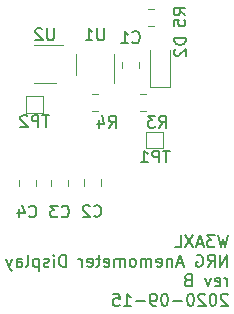
<source format=gbr>
%TF.GenerationSoftware,KiCad,Pcbnew,(5.1.9)-1*%
%TF.CreationDate,2021-02-07T19:09:25-06:00*%
%TF.ProjectId,nrg-control-box,6e72672d-636f-46e7-9472-6f6c2d626f78,B*%
%TF.SameCoordinates,Original*%
%TF.FileFunction,Legend,Bot*%
%TF.FilePolarity,Positive*%
%FSLAX46Y46*%
G04 Gerber Fmt 4.6, Leading zero omitted, Abs format (unit mm)*
G04 Created by KiCad (PCBNEW (5.1.9)-1) date 2021-02-07 19:09:25*
%MOMM*%
%LPD*%
G01*
G04 APERTURE LIST*
%ADD10C,0.150000*%
%ADD11C,0.120000*%
G04 APERTURE END LIST*
D10*
X157009642Y-112477380D02*
X156771547Y-113477380D01*
X156581071Y-112763095D01*
X156390595Y-113477380D01*
X156152500Y-112477380D01*
X155866785Y-112477380D02*
X155247738Y-112477380D01*
X155581071Y-112858333D01*
X155438214Y-112858333D01*
X155342976Y-112905952D01*
X155295357Y-112953571D01*
X155247738Y-113048809D01*
X155247738Y-113286904D01*
X155295357Y-113382142D01*
X155342976Y-113429761D01*
X155438214Y-113477380D01*
X155723928Y-113477380D01*
X155819166Y-113429761D01*
X155866785Y-113382142D01*
X154866785Y-113191666D02*
X154390595Y-113191666D01*
X154962023Y-113477380D02*
X154628690Y-112477380D01*
X154295357Y-113477380D01*
X154057261Y-112477380D02*
X153390595Y-113477380D01*
X153390595Y-112477380D02*
X154057261Y-113477380D01*
X152533452Y-113477380D02*
X153009642Y-113477380D01*
X153009642Y-112477380D01*
X156914404Y-115127380D02*
X156914404Y-114127380D01*
X156342976Y-115127380D01*
X156342976Y-114127380D01*
X155295357Y-115127380D02*
X155628690Y-114651190D01*
X155866785Y-115127380D02*
X155866785Y-114127380D01*
X155485833Y-114127380D01*
X155390595Y-114175000D01*
X155342976Y-114222619D01*
X155295357Y-114317857D01*
X155295357Y-114460714D01*
X155342976Y-114555952D01*
X155390595Y-114603571D01*
X155485833Y-114651190D01*
X155866785Y-114651190D01*
X154342976Y-114175000D02*
X154438214Y-114127380D01*
X154581071Y-114127380D01*
X154723928Y-114175000D01*
X154819166Y-114270238D01*
X154866785Y-114365476D01*
X154914404Y-114555952D01*
X154914404Y-114698809D01*
X154866785Y-114889285D01*
X154819166Y-114984523D01*
X154723928Y-115079761D01*
X154581071Y-115127380D01*
X154485833Y-115127380D01*
X154342976Y-115079761D01*
X154295357Y-115032142D01*
X154295357Y-114698809D01*
X154485833Y-114698809D01*
X153152500Y-114841666D02*
X152676309Y-114841666D01*
X153247738Y-115127380D02*
X152914404Y-114127380D01*
X152581071Y-115127380D01*
X152247738Y-114460714D02*
X152247738Y-115127380D01*
X152247738Y-114555952D02*
X152200119Y-114508333D01*
X152104880Y-114460714D01*
X151962023Y-114460714D01*
X151866785Y-114508333D01*
X151819166Y-114603571D01*
X151819166Y-115127380D01*
X150962023Y-115079761D02*
X151057261Y-115127380D01*
X151247738Y-115127380D01*
X151342976Y-115079761D01*
X151390595Y-114984523D01*
X151390595Y-114603571D01*
X151342976Y-114508333D01*
X151247738Y-114460714D01*
X151057261Y-114460714D01*
X150962023Y-114508333D01*
X150914404Y-114603571D01*
X150914404Y-114698809D01*
X151390595Y-114794047D01*
X150485833Y-115127380D02*
X150485833Y-114460714D01*
X150485833Y-114555952D02*
X150438214Y-114508333D01*
X150342976Y-114460714D01*
X150200119Y-114460714D01*
X150104880Y-114508333D01*
X150057261Y-114603571D01*
X150057261Y-115127380D01*
X150057261Y-114603571D02*
X150009642Y-114508333D01*
X149914404Y-114460714D01*
X149771547Y-114460714D01*
X149676309Y-114508333D01*
X149628690Y-114603571D01*
X149628690Y-115127380D01*
X149009642Y-115127380D02*
X149104880Y-115079761D01*
X149152500Y-115032142D01*
X149200119Y-114936904D01*
X149200119Y-114651190D01*
X149152500Y-114555952D01*
X149104880Y-114508333D01*
X149009642Y-114460714D01*
X148866785Y-114460714D01*
X148771547Y-114508333D01*
X148723928Y-114555952D01*
X148676309Y-114651190D01*
X148676309Y-114936904D01*
X148723928Y-115032142D01*
X148771547Y-115079761D01*
X148866785Y-115127380D01*
X149009642Y-115127380D01*
X148247738Y-115127380D02*
X148247738Y-114460714D01*
X148247738Y-114555952D02*
X148200119Y-114508333D01*
X148104880Y-114460714D01*
X147962023Y-114460714D01*
X147866785Y-114508333D01*
X147819166Y-114603571D01*
X147819166Y-115127380D01*
X147819166Y-114603571D02*
X147771547Y-114508333D01*
X147676309Y-114460714D01*
X147533452Y-114460714D01*
X147438214Y-114508333D01*
X147390595Y-114603571D01*
X147390595Y-115127380D01*
X146533452Y-115079761D02*
X146628690Y-115127380D01*
X146819166Y-115127380D01*
X146914404Y-115079761D01*
X146962023Y-114984523D01*
X146962023Y-114603571D01*
X146914404Y-114508333D01*
X146819166Y-114460714D01*
X146628690Y-114460714D01*
X146533452Y-114508333D01*
X146485833Y-114603571D01*
X146485833Y-114698809D01*
X146962023Y-114794047D01*
X146200119Y-114460714D02*
X145819166Y-114460714D01*
X146057261Y-114127380D02*
X146057261Y-114984523D01*
X146009642Y-115079761D01*
X145914404Y-115127380D01*
X145819166Y-115127380D01*
X145104880Y-115079761D02*
X145200119Y-115127380D01*
X145390595Y-115127380D01*
X145485833Y-115079761D01*
X145533452Y-114984523D01*
X145533452Y-114603571D01*
X145485833Y-114508333D01*
X145390595Y-114460714D01*
X145200119Y-114460714D01*
X145104880Y-114508333D01*
X145057261Y-114603571D01*
X145057261Y-114698809D01*
X145533452Y-114794047D01*
X144628690Y-115127380D02*
X144628690Y-114460714D01*
X144628690Y-114651190D02*
X144581071Y-114555952D01*
X144533452Y-114508333D01*
X144438214Y-114460714D01*
X144342976Y-114460714D01*
X143247738Y-115127380D02*
X143247738Y-114127380D01*
X143009642Y-114127380D01*
X142866785Y-114175000D01*
X142771547Y-114270238D01*
X142723928Y-114365476D01*
X142676309Y-114555952D01*
X142676309Y-114698809D01*
X142723928Y-114889285D01*
X142771547Y-114984523D01*
X142866785Y-115079761D01*
X143009642Y-115127380D01*
X143247738Y-115127380D01*
X142247738Y-115127380D02*
X142247738Y-114460714D01*
X142247738Y-114127380D02*
X142295357Y-114175000D01*
X142247738Y-114222619D01*
X142200119Y-114175000D01*
X142247738Y-114127380D01*
X142247738Y-114222619D01*
X141819166Y-115079761D02*
X141723928Y-115127380D01*
X141533452Y-115127380D01*
X141438214Y-115079761D01*
X141390595Y-114984523D01*
X141390595Y-114936904D01*
X141438214Y-114841666D01*
X141533452Y-114794047D01*
X141676309Y-114794047D01*
X141771547Y-114746428D01*
X141819166Y-114651190D01*
X141819166Y-114603571D01*
X141771547Y-114508333D01*
X141676309Y-114460714D01*
X141533452Y-114460714D01*
X141438214Y-114508333D01*
X140962023Y-114460714D02*
X140962023Y-115460714D01*
X140962023Y-114508333D02*
X140866785Y-114460714D01*
X140676309Y-114460714D01*
X140581071Y-114508333D01*
X140533452Y-114555952D01*
X140485833Y-114651190D01*
X140485833Y-114936904D01*
X140533452Y-115032142D01*
X140581071Y-115079761D01*
X140676309Y-115127380D01*
X140866785Y-115127380D01*
X140962023Y-115079761D01*
X139914404Y-115127380D02*
X140009642Y-115079761D01*
X140057261Y-114984523D01*
X140057261Y-114127380D01*
X139104880Y-115127380D02*
X139104880Y-114603571D01*
X139152500Y-114508333D01*
X139247738Y-114460714D01*
X139438214Y-114460714D01*
X139533452Y-114508333D01*
X139104880Y-115079761D02*
X139200119Y-115127380D01*
X139438214Y-115127380D01*
X139533452Y-115079761D01*
X139581071Y-114984523D01*
X139581071Y-114889285D01*
X139533452Y-114794047D01*
X139438214Y-114746428D01*
X139200119Y-114746428D01*
X139104880Y-114698809D01*
X138723928Y-114460714D02*
X138485833Y-115127380D01*
X138247738Y-114460714D02*
X138485833Y-115127380D01*
X138581071Y-115365476D01*
X138628690Y-115413095D01*
X138723928Y-115460714D01*
X156914404Y-116777380D02*
X156914404Y-116110714D01*
X156914404Y-116301190D02*
X156866785Y-116205952D01*
X156819166Y-116158333D01*
X156723928Y-116110714D01*
X156628690Y-116110714D01*
X155914404Y-116729761D02*
X156009642Y-116777380D01*
X156200119Y-116777380D01*
X156295357Y-116729761D01*
X156342976Y-116634523D01*
X156342976Y-116253571D01*
X156295357Y-116158333D01*
X156200119Y-116110714D01*
X156009642Y-116110714D01*
X155914404Y-116158333D01*
X155866785Y-116253571D01*
X155866785Y-116348809D01*
X156342976Y-116444047D01*
X155533452Y-116110714D02*
X155295357Y-116777380D01*
X155057261Y-116110714D01*
X153581071Y-116253571D02*
X153438214Y-116301190D01*
X153390595Y-116348809D01*
X153342976Y-116444047D01*
X153342976Y-116586904D01*
X153390595Y-116682142D01*
X153438214Y-116729761D01*
X153533452Y-116777380D01*
X153914404Y-116777380D01*
X153914404Y-115777380D01*
X153581071Y-115777380D01*
X153485833Y-115825000D01*
X153438214Y-115872619D01*
X153390595Y-115967857D01*
X153390595Y-116063095D01*
X153438214Y-116158333D01*
X153485833Y-116205952D01*
X153581071Y-116253571D01*
X153914404Y-116253571D01*
X156962023Y-117522619D02*
X156914404Y-117475000D01*
X156819166Y-117427380D01*
X156581071Y-117427380D01*
X156485833Y-117475000D01*
X156438214Y-117522619D01*
X156390595Y-117617857D01*
X156390595Y-117713095D01*
X156438214Y-117855952D01*
X157009642Y-118427380D01*
X156390595Y-118427380D01*
X155771547Y-117427380D02*
X155676309Y-117427380D01*
X155581071Y-117475000D01*
X155533452Y-117522619D01*
X155485833Y-117617857D01*
X155438214Y-117808333D01*
X155438214Y-118046428D01*
X155485833Y-118236904D01*
X155533452Y-118332142D01*
X155581071Y-118379761D01*
X155676309Y-118427380D01*
X155771547Y-118427380D01*
X155866785Y-118379761D01*
X155914404Y-118332142D01*
X155962023Y-118236904D01*
X156009642Y-118046428D01*
X156009642Y-117808333D01*
X155962023Y-117617857D01*
X155914404Y-117522619D01*
X155866785Y-117475000D01*
X155771547Y-117427380D01*
X155057261Y-117522619D02*
X155009642Y-117475000D01*
X154914404Y-117427380D01*
X154676309Y-117427380D01*
X154581071Y-117475000D01*
X154533452Y-117522619D01*
X154485833Y-117617857D01*
X154485833Y-117713095D01*
X154533452Y-117855952D01*
X155104880Y-118427380D01*
X154485833Y-118427380D01*
X153866785Y-117427380D02*
X153771547Y-117427380D01*
X153676309Y-117475000D01*
X153628690Y-117522619D01*
X153581071Y-117617857D01*
X153533452Y-117808333D01*
X153533452Y-118046428D01*
X153581071Y-118236904D01*
X153628690Y-118332142D01*
X153676309Y-118379761D01*
X153771547Y-118427380D01*
X153866785Y-118427380D01*
X153962023Y-118379761D01*
X154009642Y-118332142D01*
X154057261Y-118236904D01*
X154104880Y-118046428D01*
X154104880Y-117808333D01*
X154057261Y-117617857D01*
X154009642Y-117522619D01*
X153962023Y-117475000D01*
X153866785Y-117427380D01*
X153104880Y-118046428D02*
X152342976Y-118046428D01*
X151676309Y-117427380D02*
X151581071Y-117427380D01*
X151485833Y-117475000D01*
X151438214Y-117522619D01*
X151390595Y-117617857D01*
X151342976Y-117808333D01*
X151342976Y-118046428D01*
X151390595Y-118236904D01*
X151438214Y-118332142D01*
X151485833Y-118379761D01*
X151581071Y-118427380D01*
X151676309Y-118427380D01*
X151771547Y-118379761D01*
X151819166Y-118332142D01*
X151866785Y-118236904D01*
X151914404Y-118046428D01*
X151914404Y-117808333D01*
X151866785Y-117617857D01*
X151819166Y-117522619D01*
X151771547Y-117475000D01*
X151676309Y-117427380D01*
X150866785Y-118427380D02*
X150676309Y-118427380D01*
X150581071Y-118379761D01*
X150533452Y-118332142D01*
X150438214Y-118189285D01*
X150390595Y-117998809D01*
X150390595Y-117617857D01*
X150438214Y-117522619D01*
X150485833Y-117475000D01*
X150581071Y-117427380D01*
X150771547Y-117427380D01*
X150866785Y-117475000D01*
X150914404Y-117522619D01*
X150962023Y-117617857D01*
X150962023Y-117855952D01*
X150914404Y-117951190D01*
X150866785Y-117998809D01*
X150771547Y-118046428D01*
X150581071Y-118046428D01*
X150485833Y-117998809D01*
X150438214Y-117951190D01*
X150390595Y-117855952D01*
X149962023Y-118046428D02*
X149200119Y-118046428D01*
X148200119Y-118427380D02*
X148771547Y-118427380D01*
X148485833Y-118427380D02*
X148485833Y-117427380D01*
X148581071Y-117570238D01*
X148676309Y-117665476D01*
X148771547Y-117713095D01*
X147295357Y-117427380D02*
X147771547Y-117427380D01*
X147819166Y-117903571D01*
X147771547Y-117855952D01*
X147676309Y-117808333D01*
X147438214Y-117808333D01*
X147342976Y-117855952D01*
X147295357Y-117903571D01*
X147247738Y-117998809D01*
X147247738Y-118236904D01*
X147295357Y-118332142D01*
X147342976Y-118379761D01*
X147438214Y-118427380D01*
X147676309Y-118427380D01*
X147771547Y-118379761D01*
X147819166Y-118332142D01*
D11*
%TO.C,C1*%
X148040000Y-98286252D02*
X148040000Y-97763748D01*
X149460000Y-98286252D02*
X149460000Y-97763748D01*
%TO.C,C2*%
X144790000Y-107738748D02*
X144790000Y-108261252D01*
X146210000Y-107738748D02*
X146210000Y-108261252D01*
%TO.C,C3*%
X143460000Y-108286252D02*
X143460000Y-107763748D01*
X142040000Y-108286252D02*
X142040000Y-107763748D01*
%TO.C,C4*%
X140710000Y-107763748D02*
X140710000Y-108286252D01*
X139290000Y-107763748D02*
X139290000Y-108286252D01*
%TO.C,D2*%
X152100000Y-99900000D02*
X150400000Y-99900000D01*
X150400000Y-99900000D02*
X150400000Y-96750000D01*
X152100000Y-99900000D02*
X152100000Y-96750000D01*
%TO.C,R3*%
X149513748Y-101960000D02*
X150036252Y-101960000D01*
X149513748Y-100540000D02*
X150036252Y-100540000D01*
%TO.C,R4*%
X145513748Y-101960000D02*
X146036252Y-101960000D01*
X145513748Y-100540000D02*
X146036252Y-100540000D01*
%TO.C,R5*%
X150213748Y-93290000D02*
X150736252Y-93290000D01*
X150213748Y-94710000D02*
X150736252Y-94710000D01*
%TO.C,U1*%
X147360000Y-97100000D02*
X147360000Y-99550000D01*
X144140000Y-98900000D02*
X144140000Y-97100000D01*
%TO.C,U2*%
X142400000Y-99560000D02*
X140600000Y-99560000D01*
X140600000Y-96340000D02*
X143050000Y-96340000D01*
%TO.C,TP1*%
X150100000Y-103700000D02*
X150100000Y-105100000D01*
X151500000Y-103700000D02*
X150100000Y-103700000D01*
X151500000Y-105100000D02*
X151500000Y-103700000D01*
X150100000Y-105100000D02*
X151500000Y-105100000D01*
%TO.C,TP2*%
X139900000Y-102100000D02*
X141300000Y-102100000D01*
X141300000Y-102100000D02*
X141300000Y-100700000D01*
X141300000Y-100700000D02*
X139900000Y-100700000D01*
X139900000Y-100700000D02*
X139900000Y-102100000D01*
%TO.C,C1*%
D10*
X148916666Y-96107142D02*
X148964285Y-96154761D01*
X149107142Y-96202380D01*
X149202380Y-96202380D01*
X149345238Y-96154761D01*
X149440476Y-96059523D01*
X149488095Y-95964285D01*
X149535714Y-95773809D01*
X149535714Y-95630952D01*
X149488095Y-95440476D01*
X149440476Y-95345238D01*
X149345238Y-95250000D01*
X149202380Y-95202380D01*
X149107142Y-95202380D01*
X148964285Y-95250000D01*
X148916666Y-95297619D01*
X147964285Y-96202380D02*
X148535714Y-96202380D01*
X148250000Y-96202380D02*
X148250000Y-95202380D01*
X148345238Y-95345238D01*
X148440476Y-95440476D01*
X148535714Y-95488095D01*
%TO.C,C2*%
X145666666Y-110832142D02*
X145714285Y-110879761D01*
X145857142Y-110927380D01*
X145952380Y-110927380D01*
X146095238Y-110879761D01*
X146190476Y-110784523D01*
X146238095Y-110689285D01*
X146285714Y-110498809D01*
X146285714Y-110355952D01*
X146238095Y-110165476D01*
X146190476Y-110070238D01*
X146095238Y-109975000D01*
X145952380Y-109927380D01*
X145857142Y-109927380D01*
X145714285Y-109975000D01*
X145666666Y-110022619D01*
X145285714Y-110022619D02*
X145238095Y-109975000D01*
X145142857Y-109927380D01*
X144904761Y-109927380D01*
X144809523Y-109975000D01*
X144761904Y-110022619D01*
X144714285Y-110117857D01*
X144714285Y-110213095D01*
X144761904Y-110355952D01*
X145333333Y-110927380D01*
X144714285Y-110927380D01*
%TO.C,C3*%
X142916666Y-110857142D02*
X142964285Y-110904761D01*
X143107142Y-110952380D01*
X143202380Y-110952380D01*
X143345238Y-110904761D01*
X143440476Y-110809523D01*
X143488095Y-110714285D01*
X143535714Y-110523809D01*
X143535714Y-110380952D01*
X143488095Y-110190476D01*
X143440476Y-110095238D01*
X143345238Y-110000000D01*
X143202380Y-109952380D01*
X143107142Y-109952380D01*
X142964285Y-110000000D01*
X142916666Y-110047619D01*
X142583333Y-109952380D02*
X141964285Y-109952380D01*
X142297619Y-110333333D01*
X142154761Y-110333333D01*
X142059523Y-110380952D01*
X142011904Y-110428571D01*
X141964285Y-110523809D01*
X141964285Y-110761904D01*
X142011904Y-110857142D01*
X142059523Y-110904761D01*
X142154761Y-110952380D01*
X142440476Y-110952380D01*
X142535714Y-110904761D01*
X142583333Y-110857142D01*
%TO.C,C4*%
X140166666Y-110857142D02*
X140214285Y-110904761D01*
X140357142Y-110952380D01*
X140452380Y-110952380D01*
X140595238Y-110904761D01*
X140690476Y-110809523D01*
X140738095Y-110714285D01*
X140785714Y-110523809D01*
X140785714Y-110380952D01*
X140738095Y-110190476D01*
X140690476Y-110095238D01*
X140595238Y-110000000D01*
X140452380Y-109952380D01*
X140357142Y-109952380D01*
X140214285Y-110000000D01*
X140166666Y-110047619D01*
X139309523Y-110285714D02*
X139309523Y-110952380D01*
X139547619Y-109904761D02*
X139785714Y-110619047D01*
X139166666Y-110619047D01*
%TO.C,D2*%
X153452380Y-95761904D02*
X152452380Y-95761904D01*
X152452380Y-96000000D01*
X152500000Y-96142857D01*
X152595238Y-96238095D01*
X152690476Y-96285714D01*
X152880952Y-96333333D01*
X153023809Y-96333333D01*
X153214285Y-96285714D01*
X153309523Y-96238095D01*
X153404761Y-96142857D01*
X153452380Y-96000000D01*
X153452380Y-95761904D01*
X152547619Y-96714285D02*
X152500000Y-96761904D01*
X152452380Y-96857142D01*
X152452380Y-97095238D01*
X152500000Y-97190476D01*
X152547619Y-97238095D01*
X152642857Y-97285714D01*
X152738095Y-97285714D01*
X152880952Y-97238095D01*
X153452380Y-96666666D01*
X153452380Y-97285714D01*
%TO.C,R3*%
X151166666Y-103352380D02*
X151500000Y-102876190D01*
X151738095Y-103352380D02*
X151738095Y-102352380D01*
X151357142Y-102352380D01*
X151261904Y-102400000D01*
X151214285Y-102447619D01*
X151166666Y-102542857D01*
X151166666Y-102685714D01*
X151214285Y-102780952D01*
X151261904Y-102828571D01*
X151357142Y-102876190D01*
X151738095Y-102876190D01*
X150833333Y-102352380D02*
X150214285Y-102352380D01*
X150547619Y-102733333D01*
X150404761Y-102733333D01*
X150309523Y-102780952D01*
X150261904Y-102828571D01*
X150214285Y-102923809D01*
X150214285Y-103161904D01*
X150261904Y-103257142D01*
X150309523Y-103304761D01*
X150404761Y-103352380D01*
X150690476Y-103352380D01*
X150785714Y-103304761D01*
X150833333Y-103257142D01*
%TO.C,R4*%
X146916666Y-103352380D02*
X147250000Y-102876190D01*
X147488095Y-103352380D02*
X147488095Y-102352380D01*
X147107142Y-102352380D01*
X147011904Y-102400000D01*
X146964285Y-102447619D01*
X146916666Y-102542857D01*
X146916666Y-102685714D01*
X146964285Y-102780952D01*
X147011904Y-102828571D01*
X147107142Y-102876190D01*
X147488095Y-102876190D01*
X146059523Y-102685714D02*
X146059523Y-103352380D01*
X146297619Y-102304761D02*
X146535714Y-103019047D01*
X145916666Y-103019047D01*
%TO.C,R5*%
X153402380Y-93833333D02*
X152926190Y-93500000D01*
X153402380Y-93261904D02*
X152402380Y-93261904D01*
X152402380Y-93642857D01*
X152450000Y-93738095D01*
X152497619Y-93785714D01*
X152592857Y-93833333D01*
X152735714Y-93833333D01*
X152830952Y-93785714D01*
X152878571Y-93738095D01*
X152926190Y-93642857D01*
X152926190Y-93261904D01*
X152402380Y-94738095D02*
X152402380Y-94261904D01*
X152878571Y-94214285D01*
X152830952Y-94261904D01*
X152783333Y-94357142D01*
X152783333Y-94595238D01*
X152830952Y-94690476D01*
X152878571Y-94738095D01*
X152973809Y-94785714D01*
X153211904Y-94785714D01*
X153307142Y-94738095D01*
X153354761Y-94690476D01*
X153402380Y-94595238D01*
X153402380Y-94357142D01*
X153354761Y-94261904D01*
X153307142Y-94214285D01*
%TO.C,U1*%
X146511904Y-94952380D02*
X146511904Y-95761904D01*
X146464285Y-95857142D01*
X146416666Y-95904761D01*
X146321428Y-95952380D01*
X146130952Y-95952380D01*
X146035714Y-95904761D01*
X145988095Y-95857142D01*
X145940476Y-95761904D01*
X145940476Y-94952380D01*
X144940476Y-95952380D02*
X145511904Y-95952380D01*
X145226190Y-95952380D02*
X145226190Y-94952380D01*
X145321428Y-95095238D01*
X145416666Y-95190476D01*
X145511904Y-95238095D01*
%TO.C,U2*%
X142261904Y-94952380D02*
X142261904Y-95761904D01*
X142214285Y-95857142D01*
X142166666Y-95904761D01*
X142071428Y-95952380D01*
X141880952Y-95952380D01*
X141785714Y-95904761D01*
X141738095Y-95857142D01*
X141690476Y-95761904D01*
X141690476Y-94952380D01*
X141261904Y-95047619D02*
X141214285Y-95000000D01*
X141119047Y-94952380D01*
X140880952Y-94952380D01*
X140785714Y-95000000D01*
X140738095Y-95047619D01*
X140690476Y-95142857D01*
X140690476Y-95238095D01*
X140738095Y-95380952D01*
X141309523Y-95952380D01*
X140690476Y-95952380D01*
%TO.C,TP1*%
X152061904Y-105300380D02*
X151490476Y-105300380D01*
X151776190Y-106300380D02*
X151776190Y-105300380D01*
X151157142Y-106300380D02*
X151157142Y-105300380D01*
X150776190Y-105300380D01*
X150680952Y-105348000D01*
X150633333Y-105395619D01*
X150585714Y-105490857D01*
X150585714Y-105633714D01*
X150633333Y-105728952D01*
X150680952Y-105776571D01*
X150776190Y-105824190D01*
X151157142Y-105824190D01*
X149633333Y-106300380D02*
X150204761Y-106300380D01*
X149919047Y-106300380D02*
X149919047Y-105300380D01*
X150014285Y-105443238D01*
X150109523Y-105538476D01*
X150204761Y-105586095D01*
%TO.C,TP2*%
X141861904Y-102300380D02*
X141290476Y-102300380D01*
X141576190Y-103300380D02*
X141576190Y-102300380D01*
X140957142Y-103300380D02*
X140957142Y-102300380D01*
X140576190Y-102300380D01*
X140480952Y-102348000D01*
X140433333Y-102395619D01*
X140385714Y-102490857D01*
X140385714Y-102633714D01*
X140433333Y-102728952D01*
X140480952Y-102776571D01*
X140576190Y-102824190D01*
X140957142Y-102824190D01*
X140004761Y-102395619D02*
X139957142Y-102348000D01*
X139861904Y-102300380D01*
X139623809Y-102300380D01*
X139528571Y-102348000D01*
X139480952Y-102395619D01*
X139433333Y-102490857D01*
X139433333Y-102586095D01*
X139480952Y-102728952D01*
X140052380Y-103300380D01*
X139433333Y-103300380D01*
%TD*%
M02*

</source>
